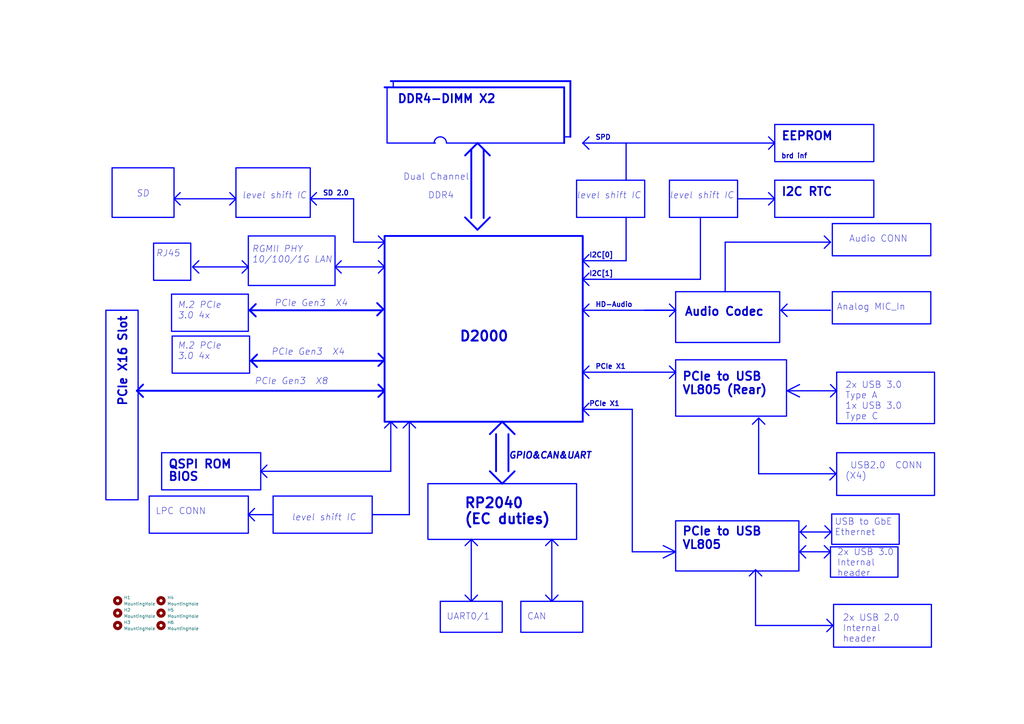
<source format=kicad_sch>
(kicad_sch (version 20250114) (generator "eeschema") (generator_version "9.0")
  (paper "A3")
  (title_block (title "Bugboard-1 D2000 mITX") (date "2025-05-23") (rev "1.0"))
  (lib_symbols
    (symbol "Mechanical:MountingHole" (pin_names (offset 1.016)) (in_bom no)
      (property "Reference" "H" (at 0 5.08 0))
      (property "Value" "MountingHole" (at 0 3.175 0))
      (symbol "MountingHole_0_1"
        (circle (center 0 0) (radius 1.27) (stroke (width 1.27)))
      )
    )
  )
  (rectangle (start 152.654 203.454) (end 112.014 218.694) (stroke (width 0.508) (color 0 0 255 1)))
  (rectangle (start 264.414 73.914) (end 236.474 89.154) (stroke (width 0.508) (color 0 0 255 1)))
  (rectangle (start 137.414 96.774) (end 101.854 117.094) (stroke (width 0.508) (color 0 0 255 1)))
  (rectangle (start 381.762 119.634) (end 341.376 132.842) (stroke (width 0.508) (color 0 0 255 1)))
  (rectangle (start 239.014 96.774) (end 157.734 172.974) (stroke (width 0.762) (color 0 0 255 1)))
  (rectangle (start 239.014 246.634) (end 213.614 259.334) (stroke (width 0.508) (color 0 0 255 1)))
  (rectangle (start 56.642 127.254) (end 43.434 204.978) (stroke (width 0.508) (color 0 0 255 1)))
  (rectangle (start 382.016 247.904) (end 341.884 265.43) (stroke (width 0.508) (color 0 0 255 1)))
  (rectangle (start 62.992 99.724) (end 78.232 114.964) (stroke (width 0.508) (color 0 0 255 1)))
  (rectangle (start 327.66 213.614) (end 277.114 234.188) (stroke (width 0.508) (color 0 0 255 1)))
  (rectangle (start 340.614 224.282) (end 368.3 236.728) (stroke (width 0.508) (color 0 0 255 1)))
  (rectangle (start 381.762 91.694) (end 341.376 104.902) (stroke (width 0.508) (color 0 0 255 1)))
  (arc (start 178.054 58.674) (mid 180.594 56.134) (end 183.134 58.674) (stroke (width 0.508) (color 0 0 255 1)))
  (rectangle (start 101.854 203.454) (end 61.214 218.694) (stroke (width 0.508) (color 0 0 255 1)))
  (rectangle (start 358.394 51.054) (end 317.754 66.294) (stroke (width 0.508) (color 0 0 255 1)))
  (rectangle (start 106.934 185.674) (end 66.294 200.914) (stroke (width 0.508) (color 0 0 255 1)))
  (rectangle (start 322.58 147.574) (end 277.114 170.688) (stroke (width 0.508) (color 0 0 255 1)))
  (rectangle (start 343.154 152.654) (end 383.286 173.736) (stroke (width 0.508) (color 0 0 255 1)))
  (rectangle (start 319.786 119.634) (end 277.114 140.462) (stroke (width 0.508) (color 0 0 255 1)))
  (rectangle (start 71.374 68.834) (end 45.974 89.154) (stroke (width 0.508) (color 0 0 255 1)))
  (rectangle (start 70.358 120.65) (end 101.854 135.89) (stroke (width 0.508) (color 0 0 255 1)))
  (rectangle (start 236.474 198.374) (end 175.514 221.234) (stroke (width 0.508) (color 0 0 255 1)))
  (rectangle (start 70.612 137.824) (end 102.362 153.064) (stroke (width 0.508) (color 0 0 255 1)))
  (rectangle (start 127.254 68.834) (end 96.774 89.154) (stroke (width 0.508) (color 0 0 255 1)))
  (rectangle (start 383.286 185.674) (end 343.154 203.2) (stroke (width 0.508) (color 0 0 255 1)))
  (rectangle (start 358.394 73.914) (end 317.754 89.154) (stroke (width 0.508) (color 0 0 255 1)))
  (rectangle (start 341.122 210.82) (end 368.808 223.266) (stroke (width 0.508) (color 0 0 255 1)))
  (rectangle (start 302.514 73.914) (end 274.574 89.154) (stroke (width 0.508) (color 0 0 255 1)))
  (rectangle (start 205.994 246.634) (end 180.594 259.334) (stroke (width 0.508) (color 0 0 255 1)))
  (text "level shift IC" (at 274.574 81.788 0) (effects (font (size 2.667 2.667) (italic yes)) (justify left bottom)))
  (text "D2000" (at 188.214 140.462 0) (effects (font (size 4.064 4.064) (thickness 0.8128) (bold yes)) (justify left bottom)))
  (text "PCIe X1" (at 241.554 166.878 0) (effects (font (size 2.032 2.032) (thickness 0.4064) (bold yes)) (justify left bottom)))
  (text "level shift IC" (at 99.314 81.788 0) (effects (font (size 2.667 2.667) (italic yes)) (justify left bottom)))
  (text "BIOS" (at 68.834 197.612 0) (effects (font (size 3.429 3.429) (thickness 0.6858) (bold yes)) (justify left bottom)))
  (text "I2C[0]" (at 241.554 105.918 0) (effects (font (size 2.032 2.032) (thickness 0.4064) (bold yes)) (justify left bottom)))
  (text "I2C RTC" (at 320.294 80.772 0) (effects (font (size 3.429 3.429) (thickness 0.6858) (bold yes)) (justify left bottom)))
  (text "LPC CONN" (at 63.754 211.328 0) (effects (font (size 2.667 2.667)) (justify left bottom)))
  (text "EEPROM" (at 320.294 57.912 0) (effects (font (size 3.429 3.429) (thickness 0.6858) (bold yes)) (justify left bottom)))
  (text "CAN" (at 216.154 254.508 0) (effects (font (size 2.667 2.667)) (justify left bottom)))
  (text "level shift IC" (at 236.474 81.788 0) (effects (font (size 2.667 2.667) (italic yes)) (justify left bottom)))
  (text "PCIe to USB \nVL805" (at 279.654 225.552 0) (effects (font (size 3.429 3.429) (thickness 0.6858) (bold yes)) (justify left bottom)))
  (text "PCIe Gen3  X4" (at 111.252 145.952 0) (effects (font (size 2.667 2.667) (italic yes)) (justify left bottom)))
  (text "SPD" (at 244.094 57.658 0) (effects (font (size 2.032 2.032) (thickness 0.4064) (bold yes)) (justify left bottom)))
  (text "UART0/1" (at 183.134 254.508 0) (effects (font (size 2.667 2.667)) (justify left bottom)))
  (text "DDR4" (at 175.514 81.788 0) (effects (font (size 2.667 2.667)) (justify left bottom)))
  (text "QSPI ROM" (at 68.834 192.532 0) (effects (font (size 3.429 3.429) (thickness 0.6858) (bold yes)) (justify left bottom)))
  (text "RP2040\n(EC duties)" (at 190.246 215.392 0) (effects (font (size 4.064 4.064) (thickness 0.8128) (bold yes)) (justify left bottom)))
  (text "DDR4-DIMM X2" (at 162.814 42.672 0) (effects (font (size 3.429 3.429) (thickness 0.6858) (bold yes)) (justify left bottom)))
  (text "PCIe X16 Slot" (at 52.324 166.878 90) (effects (font (size 3.429 3.429) (thickness 0.6858) (bold yes)) (justify left bottom)))
  (text "SD 2.0" (at 132.334 80.518 0) (effects (font (size 2.032 2.032) (thickness 0.4064) (bold yes)) (justify left bottom)))
  (text "Analog MIC_In" (at 343.154 127.508 0) (effects (font (size 2.667 2.667)) (justify left bottom)))
  (text "HD-Audio" (at 244.094 126.238 0) (effects (font (size 2.032 2.032) (thickness 0.4064) (bold yes)) (justify left bottom)))
  (text "PCIe Gen3  X8" (at 104.394 157.988 0) (effects (font (size 2.667 2.667) (italic yes)) (justify left bottom)))
  (text "Audio CONN" (at 348.234 99.568 0) (effects (font (size 2.667 2.667)) (justify left bottom)))
  (text "I2C[1]" (at 241.554 113.538 0) (effects (font (size 2.032 2.032) (thickness 0.4064) (bold yes)) (justify left bottom)))
  (text "PCIe Gen3  X4" (at 112.522 125.984 0) (effects (font (size 2.667 2.667) (italic yes)) (justify left bottom)))
  (text "PCIe X1" (at 244.094 151.638 0) (effects (font (size 2.032 2.032) (thickness 0.4064) (bold yes)) (justify left bottom)))
  (text "brd inf" (at 320.294 65.278 0) (effects (font (size 2.032 2.032) (thickness 0.4064) (bold yes)) (justify left bottom)))
  (text "level shift IC" (at 119.634 213.868 0) (effects (font (size 2.667 2.667) (italic yes)) (justify left bottom)))
  (text "Dual Channel" (at 165.354 74.168 0) (effects (font (size 2.667 2.667)) (justify left bottom)))
  (text "GPIO&CAN&UART" (at 208.534 188.468 0) (effects (font (size 2.667 2.667) (thickness 0.5334) (bold yes) (italic yes)) (justify left bottom)))
  (text "PCIe to USB \nVL805 (Rear)" (at 279.654 162.052 0) (effects (font (size 3.429 3.429) (thickness 0.6858) (bold yes)) (justify left bottom)))
  (text "SD" (at 55.88 81.026 0) (effects (font (size 2.667 2.667) (italic yes)) (justify left bottom)))
  (text_box "RGMII PHY\n10/100/1G LAN" (at 102.362 99.47 0) (size 35.56 16.764) (margins 0.9525 0.9525 0.9525 0.9525) (stroke (width -0.0001) (color 0 0 0 1)) (effects (font (size 2.667 2.667) (italic yes)) (justify left top)))
  (text_box "RJ45" (at 62.992 101.248 0) (size 13.97 11.176) (margins 0.9525 0.9525 0.9525 0.9525) (stroke (width -0.0001) (color 0 0 0 1)) (effects (font (size 2.667 2.667) (italic yes)) (justify left top)))
  (text_box "M.2 PCIe 3.0 4x" (at 71.882 122.428 0) (size 27.94 11.176) (margins 0.9525 0.9525 0.9525 0.9525) (stroke (width -0.0001) (color 0 0 0 1)) (effects (font (size 2.667 2.667) (italic yes)) (justify left top)))
  (text_box "USB to GbE Ethernet" (at 341.376 211.328 0) (size 31.496 11.176) (margins 0.9525 0.9525 0.9525 0.9525) (stroke (width -0.0001) (color 0 0 0 1)) (effects (font (size 2.667 2.667)) (justify left top)))
  (text_box "2x USB 3.0 Type A\n1x USB 3.0 Type C" (at 345.694 155.194 0) (size 35.56 11.176) (margins 0.9525 0.9525 0.9525 0.9525) (stroke (width -0.0001) (color 0 0 0 1)) (effects (font (size 2.667 2.667)) (justify left top)))
  (text_box "2x USB 2.0\nInternal header" (at 344.678 250.698 0) (size 31.496 11.176) (margins 0.9525 0.9525 0.9525 0.9525) (stroke (width -0.0001) (color 0 0 0 1)) (effects (font (size 2.667 2.667)) (justify left top)))
  (text_box "M.2 PCIe 3.0 4x" (at 71.882 139.094 0) (size 27.94 11.176) (margins 0.9525 0.9525 0.9525 0.9525) (stroke (width -0.0001) (color 0 0 0 1)) (effects (font (size 2.667 2.667) (italic yes)) (justify left top)))
  (text_box "2x USB 3.0\nInternal header" (at 342.392 223.774 0) (size 31.496 11.176) (margins 0.9525 0.9525 0.9525 0.9525) (stroke (width -0.0001) (color 0 0 0 1)) (effects (font (size 2.667 2.667)) (justify left top)))
  (text_box " USB2.0  CONN\n(X4)" (at 345.694 188.214 0) (size 36.83 11.176) (margins 0.9525 0.9525 0.9525 0.9525) (stroke (width -0.0001) (color 0 0 0 1)) (effects (font (size 2.667 2.667)) (justify left top)))
  (text_box "Audio Codec\n" (at 319.532 131.826 0) (size -39.878 -7.112) (margins 0.9525 0.9525 0.9525 0.9525) (stroke (width -0.0001) (color 0 0 0 1)) (effects (font (size 3.429 3.429) (thickness 0.6858) (bold yes)) (justify left top)))
  (polyline (pts (xy 239.014 114.554) (xy 241.554 117.094)) (stroke (width 0.508) (type solid) (color 0 0 255 1)))
  (polyline (pts (xy 96.774 81.534) (xy 94.234 78.994)) (stroke (width 0.508) (type solid) (color 0 0 255 1)))
  (polyline (pts (xy 256.794 106.934) (xy 256.794 89.154)) (stroke (width 0.508) (type solid) (color 0 0 255 1)))
  (polyline (pts (xy 274.574 155.194) (xy 277.114 152.654)) (stroke (width 0.508) (type solid) (color 0 0 255 1)))
  (polyline (pts (xy 340.614 99.314) (xy 338.074 96.774)) (stroke (width 0.508) (type solid) (color 0 0 255 1)))
  (polyline (pts (xy 208.534 178.054) (xy 208.534 193.294)) (stroke (width 0.762) (type solid) (color 0 0 255 1)))
  (polyline (pts (xy 78.994 109.474) (xy 101.854 109.474)) (stroke (width 0.508) (type solid) (color 0 0 255 1)))
  (polyline (pts (xy 327.914 226.314) (xy 330.454 228.854)) (stroke (width 0.508) (type solid) (color 0 0 255 1)))
  (polyline (pts (xy 154.686 124.304) (xy 157.226 126.844)) (stroke (width 0.762) (type solid) (color 0 0 255 1)))
  (polyline (pts (xy 200.914 178.054) (xy 205.994 172.974)) (stroke (width 0.762) (type solid) (color 0 0 255 1)))
  (polyline (pts (xy 340.36 191.77) (xy 342.9 194.31)) (stroke (width 0.508) (type solid) (color 0 0 255 1)))
  (polyline (pts (xy 256.794 58.674) (xy 317.754 58.674)) (stroke (width 0.508) (type solid) (color 0 0 255 1)))
  (polyline (pts (xy 228.854 223.774) (xy 226.314 221.234)) (stroke (width 0.508) (type solid) (color 0 0 255 1)))
  (polyline (pts (xy 239.014 127.254) (xy 241.554 129.794)) (stroke (width 0.508) (type solid) (color 0 0 255 1)))
  (polyline (pts (xy 155.194 145.034) (xy 157.734 147.574)) (stroke (width 0.762) (type solid) (color 0 0 255 1)))
  (polyline (pts (xy 330.708 215.646) (xy 328.168 218.186)) (stroke (width 0.508) (type solid) (color 0 0 255 1)))
  (polyline (pts (xy 241.554 56.134) (xy 239.014 58.674)) (stroke (width 0.508) (type solid) (color 0 0 255 1)))
  (polyline (pts (xy 338.074 223.774) (xy 340.614 226.314)) (stroke (width 0.508) (type solid) (color 0 0 255 1)))
  (polyline (pts (xy 101.854 211.074) (xy 104.394 213.614)) (stroke (width 0.508) (type solid) (color 0 0 255 1)))
  (polyline (pts (xy 259.334 226.314) (xy 277.114 226.314)) (stroke (width 0.508) (type solid) (color 0 0 255 1)))
  (polyline (pts (xy 139.954 106.934) (xy 137.414 109.474)) (stroke (width 0.508) (type solid) (color 0 0 255 1)))
  (polyline (pts (xy 231.394 58.674) (xy 183.134 58.674)) (stroke (width 0.508) (type solid) (color 0 0 255 1)))
  (polyline (pts (xy 311.15 194.31) (xy 311.15 171.45)) (stroke (width 0.508) (type solid) (color 0 0 255 1)))
  (polyline (pts (xy 56.134 160.274) (xy 58.674 157.734)) (stroke (width 0.762) (type solid) (color 0 0 255 1)))
  (polyline (pts (xy 338.328 215.646) (xy 340.868 218.186)) (stroke (width 0.508) (type solid) (color 0 0 255 1)))
  (polyline (pts (xy 127.254 81.534) (xy 145.034 81.534)) (stroke (width 0.508) (type solid) (color 0 0 255 1)))
  (polyline (pts (xy 211.074 193.294) (xy 205.994 198.374)) (stroke (width 0.762) (type solid) (color 0 0 255 1)))
  (polyline (pts (xy 339.09 259.08) (xy 341.63 256.54)) (stroke (width 0.508) (type solid) (color 0 0 255 1)))
  (polyline (pts (xy 193.294 221.234) (xy 193.294 246.634)) (stroke (width 0.508) (type solid) (color 0 0 255 1)))
  (polyline (pts (xy 309.88 256.54) (xy 341.63 256.54)) (stroke (width 0.508) (type solid) (color 0 0 255 1)))
  (polyline (pts (xy 340.614 157.734) (xy 343.154 160.274)) (stroke (width 0.508) (type solid) (color 0 0 255 1)))
  (polyline (pts (xy 157.734 175.514) (xy 160.274 172.974)) (stroke (width 0.508) (type solid) (color 0 0 255 1)))
  (polyline (pts (xy 102.87 147.984) (xy 105.41 145.444)) (stroke (width 0.762) (type solid) (color 0 0 255 1)))
  (polyline (pts (xy 160.274 193.294) (xy 160.274 172.974)) (stroke (width 0.508) (type solid) (color 0 0 255 1)))
  (polyline (pts (xy 58.674 162.814) (xy 56.134 160.274)) (stroke (width 0.762) (type solid) (color 0 0 255 1)))
  (polyline (pts (xy 274.574 129.794) (xy 277.114 127.254)) (stroke (width 0.508) (type solid) (color 0 0 255 1)))
  (polyline (pts (xy 127.254 81.534) (xy 129.794 84.074)) (stroke (width 0.508) (type solid) (color 0 0 255 1)))
  (polyline (pts (xy 152.654 211.074) (xy 167.894 211.074)) (stroke (width 0.508) (type solid) (color 0 0 255 1)))
  (polyline (pts (xy 145.034 99.314) (xy 157.734 99.314)) (stroke (width 0.508) (type solid) (color 0 0 255 1)))
  (polyline (pts (xy 239.014 152.654) (xy 241.554 155.194)) (stroke (width 0.508) (type solid) (color 0 0 255 1)))
  (polyline (pts (xy 198.374 61.214) (xy 198.374 89.408)) (stroke (width 0.762) (type solid) (color 0 0 255 1)))
  (polyline (pts (xy 193.294 246.634) (xy 195.834 244.094)) (stroke (width 0.508) (type solid) (color 0 0 255 1)))
  (polyline (pts (xy 71.374 81.534) (xy 73.914 84.074)) (stroke (width 0.508) (type solid) (color 0 0 255 1)))
  (polyline (pts (xy 106.934 193.294) (xy 160.274 193.294)) (stroke (width 0.508) (type solid) (color 0 0 255 1)))
  (polyline (pts (xy 195.834 223.774) (xy 193.294 221.234)) (stroke (width 0.508) (type solid) (color 0 0 255 1)))
  (polyline (pts (xy 241.554 165.354) (xy 239.014 167.894)) (stroke (width 0.508) (type solid) (color 0 0 255 1)))
  (polyline (pts (xy 241.554 104.394) (xy 239.014 106.934)) (stroke (width 0.508) (type solid) (color 0 0 255 1)))
  (polyline (pts (xy 315.214 61.214) (xy 317.754 58.674)) (stroke (width 0.508) (type solid) (color 0 0 255 1)))
  (polyline (pts (xy 129.794 78.994) (xy 127.254 81.534)) (stroke (width 0.508) (type solid) (color 0 0 255 1)))
  (polyline (pts (xy 241.554 112.014) (xy 239.014 114.554)) (stroke (width 0.508) (type solid) (color 0 0 255 1)))
  (polyline (pts (xy 81.534 106.934) (xy 78.994 109.474)) (stroke (width 0.508) (type solid) (color 0 0 255 1)))
  (polyline (pts (xy 155.194 101.854) (xy 157.734 99.314)) (stroke (width 0.508) (type solid) (color 0 0 255 1)))
  (polyline (pts (xy 145.034 99.314) (xy 145.034 81.534)) (stroke (width 0.508) (type solid) (color 0 0 255 1)))
  (polyline (pts (xy 322.834 124.714) (xy 320.294 127.254)) (stroke (width 0.508) (type solid) (color 0 0 255 1)))
  (polyline (pts (xy 193.294 61.214) (xy 193.294 89.408)) (stroke (width 0.762) (type solid) (color 0 0 255 1)))
  (polyline (pts (xy 106.934 193.294) (xy 109.474 190.754)) (stroke (width 0.508) (type solid) (color 0 0 255 1)))
  (polyline (pts (xy 327.914 226.314) (xy 340.614 226.314)) (stroke (width 0.508) (type solid) (color 0 0 255 1)))
  (polyline (pts (xy 195.834 94.234) (xy 190.754 89.154)) (stroke (width 0.762) (type solid) (color 0 0 255 1)))
  (polyline (pts (xy 157.226 126.844) (xy 154.686 129.384)) (stroke (width 0.762) (type solid) (color 0 0 255 1)))
  (polyline (pts (xy 322.834 160.274) (xy 343.154 160.274)) (stroke (width 0.508) (type solid) (color 0 0 255 1)))
  (polyline (pts (xy 165.354 175.514) (xy 167.894 172.974)) (stroke (width 0.508) (type solid) (color 0 0 255 1)))
  (polyline (pts (xy 102.362 127.254) (xy 104.902 124.714)) (stroke (width 0.762) (type solid) (color 0 0 255 1)))
  (polyline (pts (xy 272.034 228.854) (xy 277.114 226.314)) (stroke (width 0.508) (type solid) (color 0 0 255 1)))
  (polyline (pts (xy 338.328 220.726) (xy 340.868 218.186)) (stroke (width 0.508) (type solid) (color 0 0 255 1)))
  (polyline (pts (xy 157.734 147.574) (xy 155.194 150.114)) (stroke (width 0.762) (type solid) (color 0 0 255 1)))
  (polyline (pts (xy 330.454 223.774) (xy 327.914 226.314)) (stroke (width 0.508) (type solid) (color 0 0 255 1)))
  (polyline (pts (xy 328.168 218.186) (xy 340.868 218.186)) (stroke (width 0.508) (type solid) (color 0 0 255 1)))
  (polyline (pts (xy 137.414 109.474) (xy 157.734 109.474)) (stroke (width 0.508) (type solid) (color 0 0 255 1)))
  (polyline (pts (xy 137.414 109.474) (xy 139.954 112.014)) (stroke (width 0.508) (type solid) (color 0 0 255 1)))
  (polyline (pts (xy 226.314 221.234) (xy 226.314 246.634)) (stroke (width 0.508) (type solid) (color 0 0 255 1)))
  (polyline (pts (xy 73.914 78.994) (xy 71.374 81.534)) (stroke (width 0.508) (type solid) (color 0 0 255 1)))
  (polyline (pts (xy 157.734 160.274) (xy 155.194 162.814)) (stroke (width 0.762) (type solid) (color 0 0 255 1)))
  (polyline (pts (xy 71.374 81.534) (xy 96.774 81.534)) (stroke (width 0.508) (type solid) (color 0 0 255 1)))
  (polyline (pts (xy 231.394 35.814) (xy 231.394 58.674)) (stroke (width 0.762) (type solid) (color 0 0 255 1)))
  (polyline (pts (xy 239.014 152.654) (xy 277.114 152.654)) (stroke (width 0.508) (type solid) (color 0 0 255 1)))
  (polyline (pts (xy 193.294 221.234) (xy 190.754 223.774)) (stroke (width 0.508) (type solid) (color 0 0 255 1)))
  (polyline (pts (xy 195.834 58.674) (xy 190.754 63.754)) (stroke (width 0.762) (type solid) (color 0 0 255 1)))
  (polyline (pts (xy 327.914 157.734) (xy 322.834 160.274)) (stroke (width 0.508) (type solid) (color 0 0 255 1)))
  (polyline (pts (xy 106.934 193.294) (xy 109.474 195.834)) (stroke (width 0.508) (type solid) (color 0 0 255 1)))
  (polyline (pts (xy 156.464 127.254) (xy 102.362 127.254)) (stroke (width 0.762) (type solid) (color 0 0 255 1)))
  (polyline (pts (xy 277.114 127.254) (xy 274.574 124.714)) (stroke (width 0.508) (type solid) (color 0 0 255 1)))
  (polyline (pts (xy 239.014 114.554) (xy 287.274 114.554)) (stroke (width 0.508) (type solid) (color 0 0 255 1)))
  (polyline (pts (xy 312.42 236.22) (xy 309.88 233.68)) (stroke (width 0.508) (type solid) (color 0 0 255 1)))
  (polyline (pts (xy 259.334 167.894) (xy 239.014 167.894)) (stroke (width 0.508) (type solid) (color 0 0 255 1)))
  (polyline (pts (xy 105.41 150.524) (xy 102.87 147.984)) (stroke (width 0.762) (type solid) (color 0 0 255 1)))
  (polyline (pts (xy 317.754 58.674) (xy 315.214 56.134)) (stroke (width 0.508) (type solid) (color 0 0 255 1)))
  (polyline (pts (xy 157.734 160.274) (xy 56.134 160.274)) (stroke (width 0.762) (type solid) (color 0 0 255 1)))
  (polyline (pts (xy 302.514 81.534) (xy 317.754 81.534)) (stroke (width 0.508) (type solid) (color 0 0 255 1)))
  (polyline (pts (xy 211.074 178.054) (xy 205.994 172.974)) (stroke (width 0.762) (type solid) (color 0 0 255 1)))
  (polyline (pts (xy 155.194 112.014) (xy 157.734 109.474)) (stroke (width 0.508) (type solid) (color 0 0 255 1)))
  (polyline (pts (xy 239.014 58.674) (xy 241.554 61.214)) (stroke (width 0.508) (type solid) (color 0 0 255 1)))
  (polyline (pts (xy 320.294 127.254) (xy 322.834 129.794)) (stroke (width 0.508) (type solid) (color 0 0 255 1)))
  (polyline (pts (xy 322.834 160.274) (xy 327.914 162.814)) (stroke (width 0.508) (type solid) (color 0 0 255 1)))
  (polyline (pts (xy 101.854 211.074) (xy 112.014 211.074)) (stroke (width 0.508) (type solid) (color 0 0 255 1)))
  (polyline (pts (xy 277.114 152.654) (xy 274.574 150.114)) (stroke (width 0.508) (type solid) (color 0 0 255 1)))
  (polyline (pts (xy 287.274 114.554) (xy 287.274 89.154)) (stroke (width 0.508) (type solid) (color 0 0 255 1)))
  (polyline (pts (xy 157.734 99.314) (xy 155.194 96.774)) (stroke (width 0.508) (type solid) (color 0 0 255 1)))
  (polyline (pts (xy 167.894 211.074) (xy 167.894 172.974)) (stroke (width 0.508) (type solid) (color 0 0 255 1)))
  (polyline (pts (xy 155.194 157.734) (xy 157.734 160.274)) (stroke (width 0.762) (type solid) (color 0 0 255 1)))
  (polyline (pts (xy 101.854 109.474) (xy 99.314 106.934)) (stroke (width 0.508) (type solid) (color 0 0 255 1)))
  (polyline (pts (xy 170.434 175.514) (xy 167.894 172.974)) (stroke (width 0.508) (type solid) (color 0 0 255 1)))
  (polyline (pts (xy 239.014 106.934) (xy 256.794 106.934)) (stroke (width 0.508) (type solid) (color 0 0 255 1)))
  (polyline (pts (xy 239.014 167.894) (xy 241.554 170.434)) (stroke (width 0.508) (type solid) (color 0 0 255 1)))
  (polyline (pts (xy 239.014 106.934) (xy 241.554 109.474)) (stroke (width 0.508) (type solid) (color 0 0 255 1)))
  (polyline (pts (xy 256.794 73.914) (xy 256.794 58.674)) (stroke (width 0.508) (type solid) (color 0 0 255 1)))
  (polyline (pts (xy 99.314 112.014) (xy 101.854 109.474)) (stroke (width 0.508) (type solid) (color 0 0 255 1)))
  (polyline (pts (xy 259.334 167.894) (xy 259.334 226.314)) (stroke (width 0.508) (type solid) (color 0 0 255 1)))
  (polyline (pts (xy 241.554 124.714) (xy 239.014 127.254)) (stroke (width 0.508) (type solid) (color 0 0 255 1)))
  (polyline (pts (xy 223.774 244.094) (xy 226.314 246.634)) (stroke (width 0.508) (type solid) (color 0 0 255 1)))
  (polyline (pts (xy 277.114 127.254) (xy 264.414 127.254)) (stroke (width 0.508) (type solid) (color 0 0 255 1)))
  (polyline (pts (xy 226.314 246.634) (xy 228.854 244.094)) (stroke (width 0.508) (type solid) (color 0 0 255 1)))
  (polyline (pts (xy 203.454 178.054) (xy 203.454 193.294)) (stroke (width 0.762) (type solid) (color 0 0 255 1)))
  (polyline (pts (xy 239.014 58.674) (xy 256.794 58.674)) (stroke (width 0.508) (type solid) (color 0 0 255 1)))
  (polyline (pts (xy 340.36 196.85) (xy 342.9 194.31)) (stroke (width 0.508) (type solid) (color 0 0 255 1)))
  (polyline (pts (xy 297.434 99.314) (xy 340.614 99.314)) (stroke (width 0.508) (type solid) (color 0 0 255 1)))
  (polyline (pts (xy 78.994 109.474) (xy 81.534 112.014)) (stroke (width 0.508) (type solid) (color 0 0 255 1)))
  (polyline (pts (xy 239.014 127.254) (xy 277.114 127.254)) (stroke (width 0.508) (type solid) (color 0 0 255 1)))
  (polyline (pts (xy 162.814 175.514) (xy 160.274 172.974)) (stroke (width 0.508) (type solid) (color 0 0 255 1)))
  (polyline (pts (xy 272.034 223.774) (xy 277.114 226.314)) (stroke (width 0.508) (type solid) (color 0 0 255 1)))
  (polyline (pts (xy 328.168 218.186) (xy 330.708 220.726)) (stroke (width 0.508) (type solid) (color 0 0 255 1)))
  (polyline (pts (xy 94.234 84.074) (xy 96.774 81.534)) (stroke (width 0.508) (type solid) (color 0 0 255 1)))
  (polyline (pts (xy 195.834 58.674) (xy 200.914 63.754)) (stroke (width 0.762) (type solid) (color 0 0 255 1)))
  (polyline (pts (xy 161.29 33.274) (xy 161.29 35.814)) (stroke (width 0.508) (type solid) (color 0 0 255 1)))
  (polyline (pts (xy 156.972 147.984) (xy 102.87 147.984)) (stroke (width 0.762) (type solid) (color 0 0 255 1)))
  (polyline (pts (xy 200.914 193.294) (xy 205.994 198.374)) (stroke (width 0.762) (type solid) (color 0 0 255 1)))
  (polyline (pts (xy 241.554 150.114) (xy 239.014 152.654)) (stroke (width 0.508) (type solid) (color 0 0 255 1)))
  (polyline (pts (xy 317.754 81.534) (xy 315.214 78.994)) (stroke (width 0.508) (type solid) (color 0 0 255 1)))
  (polyline (pts (xy 104.902 129.794) (xy 102.362 127.254)) (stroke (width 0.762) (type solid) (color 0 0 255 1)))
  (polyline (pts (xy 320.294 127.254) (xy 340.614 127.254)) (stroke (width 0.508) (type solid) (color 0 0 255 1)))
  (polyline (pts (xy 297.434 119.634) (xy 297.434 99.314)) (stroke (width 0.508) (type solid) (color 0 0 255 1)))
  (polyline (pts (xy 339.09 254) (xy 341.63 256.54)) (stroke (width 0.508) (type solid) (color 0 0 255 1)))
  (polyline (pts (xy 231.394 56.134) (xy 233.934 56.134)) (stroke (width 0.508) (type solid) (color 0 0 255 1)))
  (polyline (pts (xy 338.074 228.854) (xy 340.614 226.314)) (stroke (width 0.508) (type solid) (color 0 0 255 1)))
  (polyline (pts (xy 195.834 94.234) (xy 200.914 89.154)) (stroke (width 0.762) (type solid) (color 0 0 255 1)))
  (polyline (pts (xy 313.69 173.99) (xy 311.15 171.45)) (stroke (width 0.508) (type solid) (color 0 0 255 1)))
  (polyline (pts (xy 233.934 33.274) (xy 233.934 56.134)) (stroke (width 0.762) (type solid) (color 0 0 255 1)))
  (polyline (pts (xy 309.88 256.54) (xy 309.88 233.68)) (stroke (width 0.508) (type solid) (color 0 0 255 1)))
  (polyline (pts (xy 338.074 101.854) (xy 340.614 99.314)) (stroke (width 0.508) (type solid) (color 0 0 255 1)))
  (polyline (pts (xy 101.854 211.074) (xy 104.394 208.534)) (stroke (width 0.508) (type solid) (color 0 0 255 1)))
  (polyline (pts (xy 158.75 58.674) (xy 158.75 35.814)) (stroke (width 0.508) (type solid) (color 0 0 255 1)))
  (polyline (pts (xy 340.614 162.814) (xy 343.154 160.274)) (stroke (width 0.508) (type solid) (color 0 0 255 1)))
  (polyline (pts (xy 160.274 33.274) (xy 233.934 33.274)) (stroke (width 0.762) (type solid) (color 0 0 255 1)))
  (polyline (pts (xy 226.314 221.234) (xy 223.774 223.774)) (stroke (width 0.508) (type solid) (color 0 0 255 1)))
  (polyline (pts (xy 315.214 84.074) (xy 317.754 81.534)) (stroke (width 0.508) (type solid) (color 0 0 255 1)))
  (polyline (pts (xy 178.562 58.674) (xy 158.75 58.674)) (stroke (width 0.508) (type solid) (color 0 0 255 1)))
  (polyline (pts (xy 311.15 194.31) (xy 342.9 194.31)) (stroke (width 0.508) (type solid) (color 0 0 255 1)))
  (polyline (pts (xy 311.15 171.45) (xy 308.61 173.99)) (stroke (width 0.508) (type solid) (color 0 0 255 1)))
  (polyline (pts (xy 157.734 109.474) (xy 155.194 106.934)) (stroke (width 0.508) (type solid) (color 0 0 255 1)))
  (polyline (pts (xy 309.88 233.68) (xy 307.34 236.22)) (stroke (width 0.508) (type solid) (color 0 0 255 1)))
  (polyline (pts (xy 157.734 35.814) (xy 231.394 35.814)) (stroke (width 0.762) (type solid) (color 0 0 255 1)))
  (polyline (pts (xy 190.754 244.094) (xy 193.294 246.634)) (stroke (width 0.508) (type solid) (color 0 0 255 1)))
  (symbol (lib_id "Mechanical:MountingHole") (at 66.04 246.38 0) (unit 1) (in_bom no)
    (property "Reference" "H4" (at 68.58 245.1099 0) (effects (justify left)))
    (property "Value" "MountingHole" (at 68.58 247.6499 0) (effects (justify left)))
    (property "Footprint" "MountingHole:MountingHole_3.2mm_M3_Pad" (effects (hide yes)))
    (property "Description" "Mounting Hole without connection" (effects (hide yes)))
  )
  (symbol (lib_id "Mechanical:MountingHole") (at 66.04 256.54 0) (unit 1) (in_bom no)
    (property "Reference" "H6" (at 68.58 255.2699 0) (effects (justify left)))
    (property "Value" "MountingHole" (at 68.58 257.8099 0) (effects (justify left)))
    (property "Footprint" "MountingHole:MountingHole_3.2mm_M3_Pad" (effects (hide yes)))
    (property "Description" "Mounting Hole without connection" (effects (hide yes)))
  )
  (symbol (lib_id "Mechanical:MountingHole") (at 48.26 256.54 0) (unit 1) (in_bom no)
    (property "Reference" "H3" (at 50.8 255.2699 0) (effects (justify left)))
    (property "Value" "MountingHole" (at 50.8 257.8099 0) (effects (justify left)))
    (property "Footprint" "MountingHole:MountingHole_3.2mm_M3_Pad" (effects (hide yes)))
    (property "Description" "Mounting Hole without connection" (effects (hide yes)))
  )
  (symbol (lib_id "Mechanical:MountingHole") (at 66.04 251.46 0) (unit 1) (in_bom no)
    (property "Reference" "H5" (at 68.58 250.1899 0) (effects (justify left)))
    (property "Value" "MountingHole" (at 68.58 252.7299 0) (effects (justify left)))
    (property "Footprint" "MountingHole:MountingHole_3.2mm_M3_Pad" (effects (hide yes)))
    (property "Description" "Mounting Hole without connection" (effects (hide yes)))
  )
  (symbol (lib_id "Mechanical:MountingHole") (at 48.26 251.46 0) (unit 1) (in_bom no)
    (property "Reference" "H2" (at 50.8 250.1899 0) (effects (justify left)))
    (property "Value" "MountingHole" (at 50.8 252.7299 0) (effects (justify left)))
    (property "Footprint" "MountingHole:MountingHole_3.2mm_M3_Pad" (effects (hide yes)))
    (property "Description" "Mounting Hole without connection" (effects (hide yes)))
  )
  (symbol (lib_id "Mechanical:MountingHole") (at 48.26 246.38 0) (unit 1) (in_bom no)
    (property "Reference" "H1" (at 50.8 245.1099 0) (effects (justify left)))
    (property "Value" "MountingHole" (at 50.8 247.6499 0) (effects (justify left)))
    (property "Footprint" "MountingHole:MountingHole_3.2mm_M3_Pad" (effects (hide yes)))
    (property "Description" "Mounting Hole without connection" (effects (hide yes)))
  )
)
</source>
